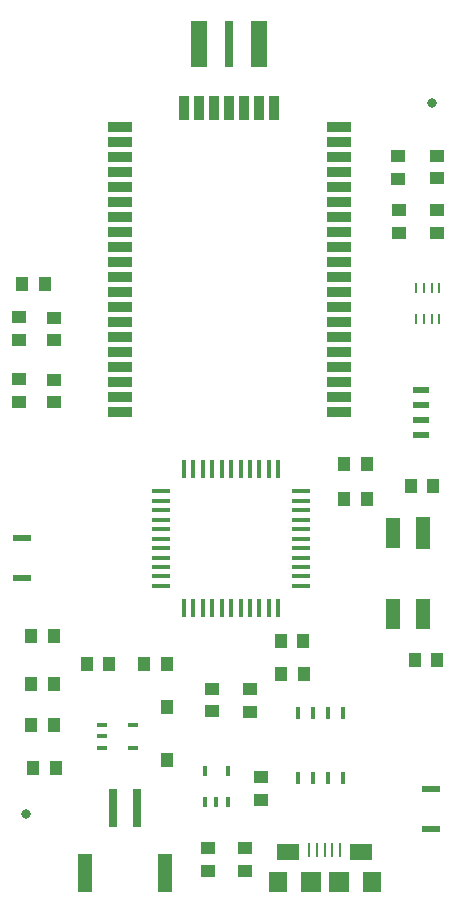
<source format=gbr>
G04 DipTrace 3.0.0.2*
G04 TopPaste.gbr*
%MOIN*%
G04 #@! TF.FileFunction,Paste,Top*
G04 #@! TF.Part,Single*
%ADD39R,0.066929X0.066929*%
%ADD71R,0.047244X0.106299*%
%ADD73R,0.047244X0.098425*%
%ADD75R,0.035433X0.015748*%
%ADD77R,0.015748X0.035433*%
%ADD79R,0.005709X0.035433*%
%ADD81R,0.015748X0.043307*%
%ADD83R,0.062992X0.011811*%
%ADD85R,0.011811X0.062992*%
%ADD87R,0.025591X0.151969*%
%ADD89R,0.051969X0.151969*%
%ADD91R,0.03189X0.081654*%
%ADD93R,0.081654X0.03189*%
%ADD95R,0.059055X0.023622*%
%ADD97R,0.055118X0.019685*%
%ADD99R,0.051181X0.125984*%
%ADD101R,0.031496X0.129921*%
%ADD107R,0.062992X0.066929*%
%ADD109R,0.074803X0.055118*%
%ADD111R,0.007874X0.045276*%
%ADD113C,0.031496*%
%ADD115R,0.041339X0.051181*%
%ADD117R,0.051181X0.043307*%
%ADD119R,0.043307X0.051181*%
%FSLAX26Y26*%
G04*
G70*
G90*
G75*
G01*
G04 TopPaste*
%LPD*%
D119*
X1761024Y1198031D3*
X1835827D3*
X1746850Y1777297D3*
X1821654D3*
D117*
X1195144Y570604D3*
Y495801D3*
X1071785Y570604D3*
Y495801D3*
X1085564Y1027690D3*
Y1102493D3*
X1211680Y1026247D3*
Y1101050D3*
D115*
X935302Y866010D3*
Y1041207D3*
D117*
X440311Y2060201D3*
Y2135004D3*
X559311Y2058701D3*
Y2133504D3*
X1705381Y2878215D3*
Y2803412D3*
X1834383Y2878740D3*
Y2803937D3*
D119*
X489633Y839633D3*
X564436D3*
D113*
X466273Y685302D3*
X1817192Y3054856D3*
D111*
X1409580Y564567D3*
X1435171D3*
X1460761D3*
X1486352D3*
X1511942D3*
D109*
X1338714Y559646D3*
X1582808D3*
D107*
X1303281Y459252D3*
X1618241D3*
D39*
X1413517D3*
X1508005D3*
D101*
X755381Y706037D3*
X834121D3*
D99*
X662932Y487643D3*
X926711D3*
D97*
X1779790Y2098294D3*
Y2048294D3*
Y1998294D3*
Y1948294D3*
D119*
X1391076Y1153281D3*
X1316273D3*
X1388189Y1262730D3*
X1313386D3*
X1525197Y1850919D3*
X1600000D3*
X1525591Y1736745D3*
X1600394D3*
D117*
X439811Y2266701D3*
Y2341504D3*
X559311Y2265201D3*
Y2340004D3*
X1708005Y2697507D3*
Y2622703D3*
D119*
X741207Y1185171D3*
X666404D3*
D117*
X1834252Y2697900D3*
Y2623097D3*
X1248294Y733202D3*
Y808005D3*
D119*
X452887Y2451312D3*
X527690D3*
X556430Y983202D3*
X481627D3*
X482546Y1277297D3*
X557349D3*
X482021Y1119685D3*
X556824D3*
X858268Y1185039D3*
X933071D3*
D95*
X1816365Y768510D3*
Y634652D3*
X451181Y1471129D3*
Y1604987D3*
D93*
X1506496Y2023753D3*
Y2073753D3*
Y2123753D3*
Y2173753D3*
Y2223753D3*
Y2273753D3*
Y2323753D3*
Y2373753D3*
Y2423753D3*
Y2473753D3*
Y2523753D3*
Y2573753D3*
Y2623753D3*
Y2673753D3*
Y2723753D3*
Y2773753D3*
Y2823753D3*
Y2873753D3*
Y2923753D3*
Y2973753D3*
D91*
X1291732Y3038517D3*
X1241732D3*
X1191732D3*
X1141732D3*
X1091732D3*
X1041732D3*
X991732D3*
D93*
X776969Y2973753D3*
Y2923753D3*
Y2873753D3*
Y2823753D3*
Y2773753D3*
Y2723753D3*
Y2673753D3*
Y2623753D3*
Y2573753D3*
Y2523753D3*
Y2473753D3*
Y2423753D3*
Y2373753D3*
Y2323753D3*
Y2273753D3*
Y2223753D3*
Y2173753D3*
Y2123753D3*
Y2073753D3*
Y2023753D3*
D89*
X1041732Y3251312D3*
D87*
X1141732Y3250919D3*
D89*
X1241339D3*
D85*
X990814Y1370997D3*
X1022310D3*
X1053806D3*
X1085302D3*
X1116798D3*
X1148294D3*
X1179790D3*
X1211286D3*
X1242782D3*
X1274278D3*
X1305774D3*
D83*
X1380577Y1445801D3*
Y1477297D3*
Y1508793D3*
Y1540289D3*
Y1571785D3*
Y1603281D3*
Y1634777D3*
Y1666273D3*
Y1697769D3*
Y1729265D3*
Y1760761D3*
D85*
X1305774Y1835564D3*
X1274278D3*
X1242782D3*
X1211286D3*
X1179790D3*
X1148294D3*
X1116798D3*
X1085302D3*
X1053806D3*
X1022310D3*
X990814D3*
D83*
X916010Y1760761D3*
Y1729265D3*
Y1697769D3*
Y1666273D3*
Y1634777D3*
Y1603281D3*
Y1571785D3*
Y1540289D3*
Y1508793D3*
Y1477297D3*
Y1445801D3*
D81*
X1371129Y805249D3*
X1421129D3*
X1471129D3*
X1521129D3*
Y1021785D3*
X1471129D3*
X1421129D3*
X1371129D3*
D79*
X1841995Y2438058D3*
X1816404D3*
X1790814D3*
X1765223D3*
Y2333727D3*
X1790814D3*
X1816404D3*
X1841995D3*
D77*
X1062205Y723753D3*
X1099606D3*
X1137008D3*
Y830052D3*
X1062205D3*
D75*
X716667Y981365D3*
Y943963D3*
Y906562D3*
X822966D3*
Y981365D3*
D73*
X1788976Y1353281D3*
D71*
Y1620997D3*
D73*
X1688976D3*
Y1353281D3*
M02*

</source>
